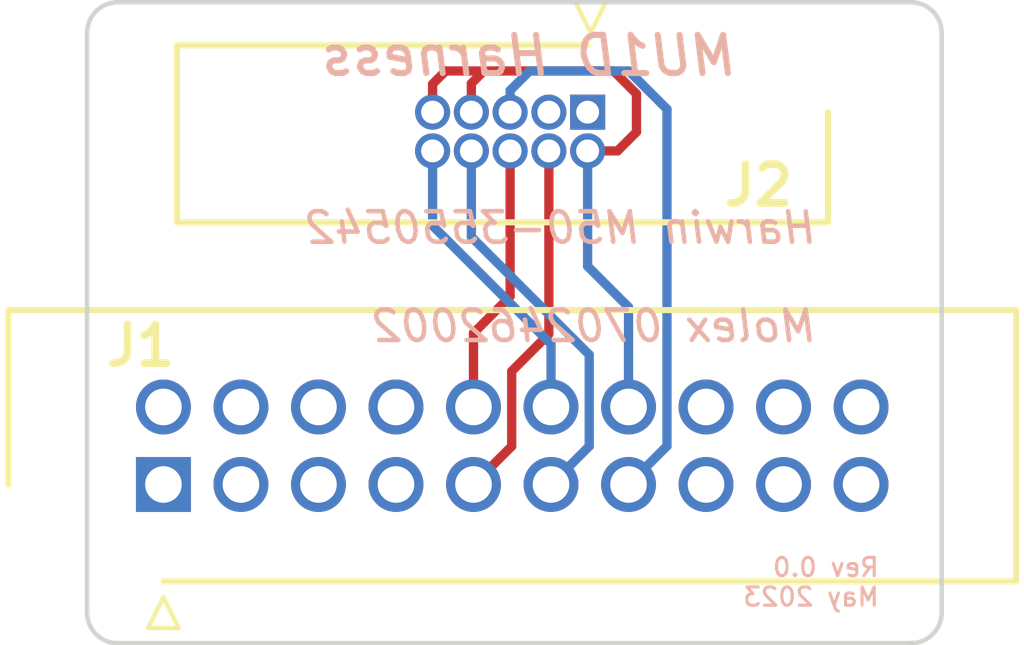
<source format=kicad_pcb>
(kicad_pcb (version 20171130) (host pcbnew "(5.1.12)-1")

  (general
    (thickness 1.6)
    (drawings 17)
    (tracks 33)
    (zones 0)
    (modules 2)
    (nets 23)
  )

  (page A)
  (title_block
    (title "Beetje 32U4 Blok")
    (date 2018-08-10)
    (rev 0.0)
    (company www.MakersBox.us)
    (comment 1 648.ken@gmail.com)
  )

  (layers
    (0 F.Cu signal)
    (31 B.Cu signal)
    (32 B.Adhes user)
    (33 F.Adhes user)
    (34 B.Paste user)
    (35 F.Paste user)
    (36 B.SilkS user)
    (37 F.SilkS user)
    (38 B.Mask user)
    (39 F.Mask user)
    (40 Dwgs.User user)
    (41 Cmts.User user)
    (42 Eco1.User user)
    (43 Eco2.User user)
    (44 Edge.Cuts user)
    (45 Margin user)
    (46 B.CrtYd user hide)
    (47 F.CrtYd user)
    (48 B.Fab user hide)
    (49 F.Fab user)
  )

  (setup
    (last_trace_width 0.3048)
    (user_trace_width 0.3048)
    (user_trace_width 0.3556)
    (user_trace_width 0.4064)
    (user_trace_width 0.6096)
    (trace_clearance 0.2)
    (zone_clearance 0.35)
    (zone_45_only no)
    (trace_min 0.2)
    (via_size 0.6)
    (via_drill 0.4)
    (via_min_size 0.4)
    (via_min_drill 0.3)
    (uvia_size 0.3)
    (uvia_drill 0.1)
    (uvias_allowed no)
    (uvia_min_size 0.2)
    (uvia_min_drill 0.1)
    (edge_width 0.15)
    (segment_width 0.2)
    (pcb_text_width 0.3)
    (pcb_text_size 1.5 1.5)
    (mod_edge_width 0.15)
    (mod_text_size 1 1)
    (mod_text_width 0.15)
    (pad_size 0.5 3.500001)
    (pad_drill 0)
    (pad_to_mask_clearance 0)
    (aux_axis_origin 0 0)
    (visible_elements 7FFFFFFF)
    (pcbplotparams
      (layerselection 0x010f0_ffffffff)
      (usegerberextensions true)
      (usegerberattributes true)
      (usegerberadvancedattributes true)
      (creategerberjobfile false)
      (excludeedgelayer true)
      (linewidth 0.100000)
      (plotframeref false)
      (viasonmask false)
      (mode 1)
      (useauxorigin false)
      (hpglpennumber 1)
      (hpglpenspeed 20)
      (hpglpendiameter 15.000000)
      (psnegative false)
      (psa4output false)
      (plotreference true)
      (plotvalue true)
      (plotinvisibletext false)
      (padsonsilk false)
      (subtractmaskfromsilk false)
      (outputformat 1)
      (mirror false)
      (drillshape 0)
      (scaleselection 1)
      (outputdirectory "gerbers/"))
  )

  (net 0 "")
  (net 1 /01)
  (net 2 /02)
  (net 3 /04)
  (net 4 /05)
  (net 5 /06)
  (net 6 /03)
  (net 7 "Net-(J1-Pad1)")
  (net 8 "Net-(J1-Pad2)")
  (net 9 "Net-(J1-Pad3)")
  (net 10 "Net-(J1-Pad4)")
  (net 11 "Net-(J1-Pad5)")
  (net 12 "Net-(J1-Pad6)")
  (net 13 "Net-(J1-Pad7)")
  (net 14 "Net-(J1-Pad8)")
  (net 15 "Net-(J1-Pad15)")
  (net 16 "Net-(J1-Pad16)")
  (net 17 "Net-(J1-Pad17)")
  (net 18 "Net-(J1-Pad18)")
  (net 19 "Net-(J1-Pad19)")
  (net 20 "Net-(J1-Pad20)")
  (net 21 "Net-(J2-Pad1)")
  (net 22 "Net-(J2-Pad3)")

  (net_class Default "This is the default net class."
    (clearance 0.2)
    (trace_width 0.254)
    (via_dia 0.6)
    (via_drill 0.4)
    (uvia_dia 0.3)
    (uvia_drill 0.1)
    (add_net /01)
    (add_net /02)
    (add_net /03)
    (add_net /04)
    (add_net /05)
    (add_net /06)
    (add_net "Net-(J1-Pad1)")
    (add_net "Net-(J1-Pad15)")
    (add_net "Net-(J1-Pad16)")
    (add_net "Net-(J1-Pad17)")
    (add_net "Net-(J1-Pad18)")
    (add_net "Net-(J1-Pad19)")
    (add_net "Net-(J1-Pad2)")
    (add_net "Net-(J1-Pad20)")
    (add_net "Net-(J1-Pad3)")
    (add_net "Net-(J1-Pad4)")
    (add_net "Net-(J1-Pad5)")
    (add_net "Net-(J1-Pad6)")
    (add_net "Net-(J1-Pad7)")
    (add_net "Net-(J1-Pad8)")
    (add_net "Net-(J2-Pad1)")
    (add_net "Net-(J2-Pad3)")
  )

  (module footprints:SHDR20W99P254_2X10_3302X889X927P (layer F.Cu) (tedit 0) (tstamp 63C73F86)
    (at 16.5 -4.2)
    (descr 70246-2002)
    (tags Connector)
    (path /63C7B5CF)
    (fp_text reference J1 (at -0.75 -4.55) (layer F.SilkS)
      (effects (font (size 1.27 1.27) (thickness 0.254)))
    )
    (fp_text value MU1D (at 0 0) (layer F.SilkS) hide
      (effects (font (size 1.27 1.27) (thickness 0.254)))
    )
    (fp_line (start -5.08 -5.715) (end -5.08 0) (layer F.SilkS) (width 0.2))
    (fp_line (start 27.94 -5.715) (end -5.08 -5.715) (layer F.SilkS) (width 0.2))
    (fp_line (start 27.94 3.175) (end 27.94 -5.715) (layer F.SilkS) (width 0.2))
    (fp_line (start 0 3.175) (end 27.94 3.175) (layer F.SilkS) (width 0.2))
    (fp_line (start 27.94 3.175) (end -5.08 3.175) (layer F.Fab) (width 0.1))
    (fp_line (start 27.94 -5.715) (end 27.94 3.175) (layer F.Fab) (width 0.1))
    (fp_line (start -5.08 -5.715) (end 27.94 -5.715) (layer F.Fab) (width 0.1))
    (fp_line (start -5.08 3.175) (end -5.08 -5.715) (layer F.Fab) (width 0.1))
    (fp_line (start 28.19 3.425) (end -5.33 3.425) (layer F.CrtYd) (width 0.05))
    (fp_line (start 28.19 -5.965) (end 28.19 3.425) (layer F.CrtYd) (width 0.05))
    (fp_line (start -5.33 -5.965) (end 28.19 -5.965) (layer F.CrtYd) (width 0.05))
    (fp_line (start -5.33 3.425) (end -5.33 -5.965) (layer F.CrtYd) (width 0.05))
    (fp_text user %R (at 0 0) (layer F.Fab)
      (effects (font (size 1.27 1.27) (thickness 0.254)))
    )
    (pad 1 thru_hole rect (at 0 0) (size 1.8 1.8) (drill 1.2) (layers *.Cu *.Mask)
      (net 7 "Net-(J1-Pad1)"))
    (pad 2 thru_hole circle (at 0 -2.54) (size 1.8 1.8) (drill 1.2) (layers *.Cu *.Mask)
      (net 8 "Net-(J1-Pad2)"))
    (pad 3 thru_hole circle (at 2.54 0) (size 1.8 1.8) (drill 1.2) (layers *.Cu *.Mask)
      (net 9 "Net-(J1-Pad3)"))
    (pad 4 thru_hole circle (at 2.54 -2.54) (size 1.8 1.8) (drill 1.2) (layers *.Cu *.Mask)
      (net 10 "Net-(J1-Pad4)"))
    (pad 5 thru_hole circle (at 5.08 0) (size 1.8 1.8) (drill 1.2) (layers *.Cu *.Mask)
      (net 11 "Net-(J1-Pad5)"))
    (pad 6 thru_hole circle (at 5.08 -2.54) (size 1.8 1.8) (drill 1.2) (layers *.Cu *.Mask)
      (net 12 "Net-(J1-Pad6)"))
    (pad 7 thru_hole circle (at 7.62 0) (size 1.8 1.8) (drill 1.2) (layers *.Cu *.Mask)
      (net 13 "Net-(J1-Pad7)"))
    (pad 8 thru_hole circle (at 7.62 -2.54) (size 1.8 1.8) (drill 1.2) (layers *.Cu *.Mask)
      (net 14 "Net-(J1-Pad8)"))
    (pad 9 thru_hole circle (at 10.16 0) (size 1.8 1.8) (drill 1.2) (layers *.Cu *.Mask)
      (net 2 /02))
    (pad 10 thru_hole circle (at 10.16 -2.54) (size 1.8 1.8) (drill 1.2) (layers *.Cu *.Mask)
      (net 3 /04))
    (pad 11 thru_hole circle (at 12.7 0) (size 1.8 1.8) (drill 1.2) (layers *.Cu *.Mask)
      (net 4 /05))
    (pad 12 thru_hole circle (at 12.7 -2.54) (size 1.8 1.8) (drill 1.2) (layers *.Cu *.Mask)
      (net 5 /06))
    (pad 13 thru_hole circle (at 15.24 0) (size 1.8 1.8) (drill 1.2) (layers *.Cu *.Mask)
      (net 6 /03))
    (pad 14 thru_hole circle (at 15.24 -2.54) (size 1.8 1.8) (drill 1.2) (layers *.Cu *.Mask)
      (net 1 /01))
    (pad 15 thru_hole circle (at 17.78 0) (size 1.8 1.8) (drill 1.2) (layers *.Cu *.Mask)
      (net 15 "Net-(J1-Pad15)"))
    (pad 16 thru_hole circle (at 17.78 -2.54) (size 1.8 1.8) (drill 1.2) (layers *.Cu *.Mask)
      (net 16 "Net-(J1-Pad16)"))
    (pad 17 thru_hole circle (at 20.32 0) (size 1.8 1.8) (drill 1.2) (layers *.Cu *.Mask)
      (net 17 "Net-(J1-Pad17)"))
    (pad 18 thru_hole circle (at 20.32 -2.54) (size 1.8 1.8) (drill 1.2) (layers *.Cu *.Mask)
      (net 18 "Net-(J1-Pad18)"))
    (pad 19 thru_hole circle (at 22.86 0) (size 1.8 1.8) (drill 1.2) (layers *.Cu *.Mask)
      (net 19 "Net-(J1-Pad19)"))
    (pad 20 thru_hole circle (at 22.86 -2.54) (size 1.8 1.8) (drill 1.2) (layers *.Cu *.Mask)
      (net 20 "Net-(J1-Pad20)"))
    (model 70246-2002.stp
      (offset (xyz 11.43000013351428 1.269999961853019 5.599999820529043))
      (scale (xyz 1 1 1))
      (rotate (xyz -90 0 0))
    )
  )

  (module footprints:SHDR10W40P127_2X5_2083X565X1160P (layer F.Cu) (tedit 0) (tstamp 63C73FA1)
    (at 30.4 -16.4 180)
    (descr M50-3550542)
    (tags Connector)
    (path /63C7D014)
    (fp_text reference J2 (at -5.6 -2.4) (layer F.SilkS)
      (effects (font (size 1.27 1.27) (thickness 0.254)))
    )
    (fp_text value "ENC INPUT" (at 0 0) (layer F.SilkS) hide
      (effects (font (size 1.27 1.27) (thickness 0.254)))
    )
    (fp_line (start -7.875 -3.61) (end -7.875 0) (layer F.SilkS) (width 0.2))
    (fp_line (start 13.455 -3.61) (end -7.875 -3.61) (layer F.SilkS) (width 0.2))
    (fp_line (start 13.455 2.19) (end 13.455 -3.61) (layer F.SilkS) (width 0.2))
    (fp_line (start 0 2.19) (end 13.455 2.19) (layer F.SilkS) (width 0.2))
    (fp_line (start 13.455 2.19) (end -7.875 2.19) (layer F.Fab) (width 0.1))
    (fp_line (start 13.455 -3.61) (end 13.455 2.19) (layer F.Fab) (width 0.1))
    (fp_line (start -7.875 -3.61) (end 13.455 -3.61) (layer F.Fab) (width 0.1))
    (fp_line (start -7.875 2.19) (end -7.875 -3.61) (layer F.Fab) (width 0.1))
    (fp_line (start 13.705 2.44) (end -8.125 2.44) (layer F.CrtYd) (width 0.05))
    (fp_line (start 13.705 -3.86) (end 13.705 2.44) (layer F.CrtYd) (width 0.05))
    (fp_line (start -8.125 -3.86) (end 13.705 -3.86) (layer F.CrtYd) (width 0.05))
    (fp_line (start -8.125 2.44) (end -8.125 -3.86) (layer F.CrtYd) (width 0.05))
    (fp_text user %R (at 0 0) (layer F.Fab)
      (effects (font (size 1.27 1.27) (thickness 0.254)))
    )
    (pad 1 thru_hole rect (at 0 0 180) (size 1.15 1.15) (drill 0.75) (layers *.Cu *.Mask)
      (net 21 "Net-(J2-Pad1)"))
    (pad 2 thru_hole circle (at 0 -1.27 180) (size 1.15 1.15) (drill 0.75) (layers *.Cu *.Mask)
      (net 1 /01))
    (pad 3 thru_hole circle (at 1.27 0 180) (size 1.15 1.15) (drill 0.75) (layers *.Cu *.Mask)
      (net 22 "Net-(J2-Pad3)"))
    (pad 4 thru_hole circle (at 1.27 -1.27 180) (size 1.15 1.15) (drill 0.75) (layers *.Cu *.Mask)
      (net 2 /02))
    (pad 5 thru_hole circle (at 2.54 0 180) (size 1.15 1.15) (drill 0.75) (layers *.Cu *.Mask)
      (net 6 /03))
    (pad 6 thru_hole circle (at 2.54 -1.27 180) (size 1.15 1.15) (drill 0.75) (layers *.Cu *.Mask)
      (net 3 /04))
    (pad 7 thru_hole circle (at 3.81 0 180) (size 1.15 1.15) (drill 0.75) (layers *.Cu *.Mask)
      (net 1 /01))
    (pad 8 thru_hole circle (at 3.81 -1.27 180) (size 1.15 1.15) (drill 0.75) (layers *.Cu *.Mask)
      (net 4 /05))
    (pad 9 thru_hole circle (at 5.08 0 180) (size 1.15 1.15) (drill 0.75) (layers *.Cu *.Mask)
      (net 1 /01))
    (pad 10 thru_hole circle (at 5.08 -1.27 180) (size 1.15 1.15) (drill 0.75) (layers *.Cu *.Mask)
      (net 5 /06))
    (model M50-3550542.stp
      (at (xyz 0 0 0))
      (scale (xyz 1 1 1))
      (rotate (xyz 0 0 0))
    )
  )

  (gr_line (start 14 0) (end 14 -19) (layer Edge.Cuts) (width 0.15) (tstamp 64527ADC))
  (gr_line (start 41 1) (end 15 1) (layer Edge.Cuts) (width 0.15) (tstamp 64527ADB))
  (gr_line (start 42 -19) (end 42 0) (layer Edge.Cuts) (width 0.15) (tstamp 64527ADA))
  (gr_line (start 15 -20) (end 41 -20) (layer Edge.Cuts) (width 0.15) (tstamp 64527AD9))
  (gr_arc (start 15 -19) (end 15 -20) (angle -90) (layer Edge.Cuts) (width 0.15))
  (gr_arc (start 41 -19) (end 42 -19) (angle -90) (layer Edge.Cuts) (width 0.15))
  (gr_arc (start 41 0) (end 41 1) (angle -90) (layer Edge.Cuts) (width 0.15))
  (gr_arc (start 15 0) (end 14 0) (angle -90) (layer Edge.Cuts) (width 0.15))
  (gr_line (start 31 -20) (end 30.5 -19) (layer F.SilkS) (width 0.15) (tstamp 63CAEE56))
  (gr_line (start 30 -20) (end 31 -20) (layer F.SilkS) (width 0.15))
  (gr_line (start 30.5 -19) (end 30 -20) (layer F.SilkS) (width 0.15))
  (gr_line (start 17 0.5) (end 16.5 -0.5) (layer F.SilkS) (width 0.15) (tstamp 63CAEE55))
  (gr_line (start 16 0.5) (end 17 0.5) (layer F.SilkS) (width 0.15))
  (gr_line (start 16.5 -0.5) (end 16 0.5) (layer F.SilkS) (width 0.15))
  (gr_text "MU1D Harness" (at 28.5 -18.25) (layer B.SilkS) (tstamp 638FE033)
    (effects (font (size 1.25 1.25) (thickness 0.2) italic) (justify mirror))
  )
  (gr_text "Harwin M50-3550542\n\nMolex 0702462002" (at 38 -11) (layer B.SilkS) (tstamp 638FC5D3)
    (effects (font (size 1 1) (thickness 0.15) italic) (justify left mirror))
  )
  (gr_text "Rev 0.0\nMay 2023" (at 40 -1) (layer B.SilkS)
    (effects (font (size 0.6 0.6) (thickness 0.1)) (justify left mirror))
  )

  (segment (start 31.74 -6.74) (end 31.74 -10.01) (width 0.3048) (layer B.Cu) (net 1))
  (segment (start 30.4 -11.35) (end 30.4 -15.13) (width 0.3048) (layer B.Cu) (net 1))
  (segment (start 31.74 -10.01) (end 30.4 -11.35) (width 0.3048) (layer B.Cu) (net 1))
  (segment (start 30.4 -15.13) (end 31.38 -15.13) (width 0.3048) (layer F.Cu) (net 1))
  (segment (start 31.38 -15.13) (end 32 -15.75) (width 0.3048) (layer F.Cu) (net 1))
  (segment (start 32 -15.75) (end 32 -17) (width 0.3048) (layer F.Cu) (net 1))
  (segment (start 32 -17) (end 31.25 -17.75) (width 0.3048) (layer F.Cu) (net 1))
  (segment (start 31.25 -17.75) (end 27 -17.75) (width 0.3048) (layer F.Cu) (net 1))
  (segment (start 26.59 -17.34) (end 26.59 -16.4) (width 0.3048) (layer F.Cu) (net 1))
  (segment (start 27 -17.75) (end 26.59 -17.34) (width 0.3048) (layer F.Cu) (net 1))
  (segment (start 27 -17.75) (end 25.75 -17.75) (width 0.3048) (layer F.Cu) (net 1))
  (segment (start 25.32 -17.32) (end 25.32 -16.4) (width 0.3048) (layer F.Cu) (net 1))
  (segment (start 25.75 -17.75) (end 25.32 -17.32) (width 0.3048) (layer F.Cu) (net 1))
  (segment (start 29.13 -9.13) (end 29.13 -15.13) (width 0.3048) (layer F.Cu) (net 2))
  (segment (start 27.912401 -5.452401) (end 27.912401 -7.912401) (width 0.3048) (layer F.Cu) (net 2))
  (segment (start 27.912401 -7.912401) (end 29.13 -9.13) (width 0.3048) (layer F.Cu) (net 2))
  (segment (start 26.66 -4.2) (end 27.912401 -5.452401) (width 0.3048) (layer F.Cu) (net 2))
  (segment (start 26.66 -6.74) (end 26.66 -9.16) (width 0.3048) (layer F.Cu) (net 3))
  (segment (start 27.86 -10.36) (end 27.86 -15.13) (width 0.3048) (layer F.Cu) (net 3))
  (segment (start 26.66 -9.16) (end 27.86 -10.36) (width 0.3048) (layer F.Cu) (net 3))
  (segment (start 30.452401 -5.452401) (end 30.452401 -8.452401) (width 0.3048) (layer B.Cu) (net 4))
  (segment (start 29.2 -4.2) (end 30.452401 -5.452401) (width 0.3048) (layer B.Cu) (net 4))
  (segment (start 26.59 -12.314802) (end 26.59 -15.13) (width 0.3048) (layer B.Cu) (net 4))
  (segment (start 30.452401 -8.452401) (end 26.59 -12.314802) (width 0.3048) (layer B.Cu) (net 4))
  (segment (start 29.2 -6.74) (end 29.2 -8.8) (width 0.3048) (layer B.Cu) (net 5))
  (segment (start 25.32 -12.68) (end 25.32 -15.13) (width 0.3048) (layer B.Cu) (net 5))
  (segment (start 29.2 -8.8) (end 25.32 -12.68) (width 0.3048) (layer B.Cu) (net 5))
  (segment (start 27.86 -17.11) (end 27.86 -16.4) (width 0.3048) (layer B.Cu) (net 6))
  (segment (start 28.5 -17.75) (end 27.86 -17.11) (width 0.3048) (layer B.Cu) (net 6))
  (segment (start 31.75 -17.75) (end 28.5 -17.75) (width 0.3048) (layer B.Cu) (net 6))
  (segment (start 33 -16.5) (end 31.75 -17.75) (width 0.3048) (layer B.Cu) (net 6))
  (segment (start 33 -5.46) (end 33 -16.5) (width 0.3048) (layer B.Cu) (net 6))
  (segment (start 31.74 -4.2) (end 33 -5.46) (width 0.3048) (layer B.Cu) (net 6))

)

</source>
